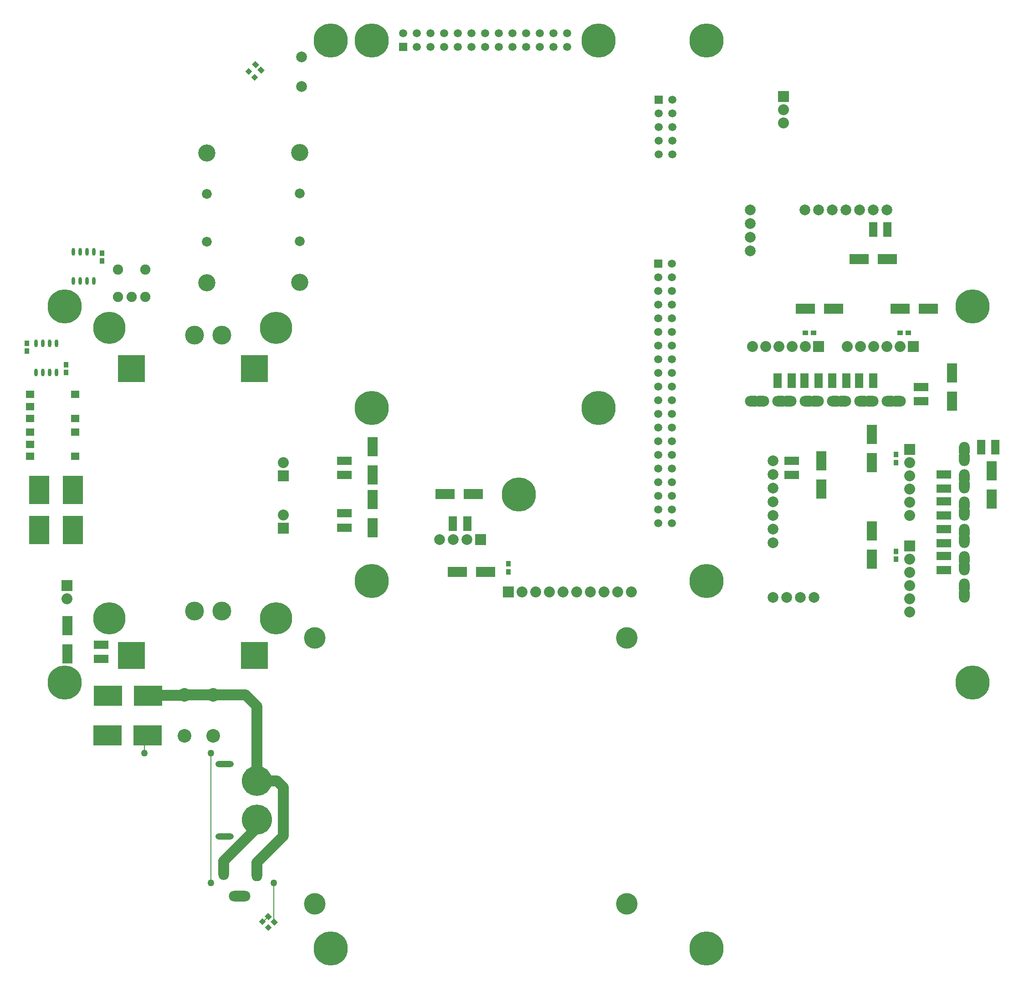
<source format=gtl>
G04*
G04 #@! TF.GenerationSoftware,Altium Limited,Altium Designer,22.6.1 (34)*
G04*
G04 Layer_Physical_Order=1*
G04 Layer_Color=255*
%FSLAX44Y44*%
%MOMM*%
G71*
G04*
G04 #@! TF.SameCoordinates,93EC8B6F-EB43-44BE-ACFD-6113DF9B5761*
G04*
G04*
G04 #@! TF.FilePolarity,Positive*
G04*
G01*
G75*
%ADD18C,0.1270*%
%ADD20R,1.8500X3.6000*%
%ADD21R,3.6000X1.8500*%
%ADD22R,2.8000X1.5500*%
%ADD23R,1.5500X2.8000*%
%ADD24R,0.9500X1.0000*%
%ADD25R,1.0000X0.9500*%
%ADD26P,1.3435X4X90.0*%
%ADD27R,5.3340X3.8100*%
%ADD28R,3.8100X5.3340*%
G04:AMPARAMS|DCode=29|XSize=0.95mm|YSize=1mm|CornerRadius=0mm|HoleSize=0mm|Usage=FLASHONLY|Rotation=45.000|XOffset=0mm|YOffset=0mm|HoleType=Round|Shape=Rectangle|*
%AMROTATEDRECTD29*
4,1,4,0.0177,-0.6894,-0.6894,0.0177,-0.0177,0.6894,0.6894,-0.0177,0.0177,-0.6894,0.0*
%
%ADD29ROTATEDRECTD29*%

%ADD30R,1.6000X1.4000*%
%ADD31O,0.6000X1.4500*%
%ADD70C,2.0000*%
%ADD71C,3.2000*%
%ADD72C,6.3500*%
%ADD73C,1.5000*%
%ADD74R,1.5000X1.5000*%
%ADD75R,1.5000X1.5000*%
%ADD76O,2.0000X4.5000*%
%ADD77O,4.0000X2.0000*%
%ADD78O,2.0000X4.0000*%
%ADD79O,3.4000X1.2000*%
%ADD80C,5.6000*%
%ADD81C,2.0320*%
%ADD82R,2.0320X2.0320*%
%ADD83C,2.0000*%
%ADD84O,3.0000X2.0000*%
%ADD85O,2.0000X3.0000*%
%ADD86R,2.0320X2.0320*%
%ADD87C,2.5400*%
%ADD88R,2.7400X2.7400*%
%ADD89R,2.7400X2.7400*%
%ADD90C,3.5000*%
%ADD91R,2.0000X2.0000*%
%ADD92C,4.0000*%
%ADD93C,1.9000*%
%ADD94C,0.6000*%
%ADD95C,1.2700*%
%ADD96C,1.8300*%
%ADD97C,6.0000*%
D18*
X228600Y475996D02*
X228854Y476250D01*
X228600Y443230D02*
Y475996D01*
X351790Y201930D02*
Y443230D01*
X469081Y129424D02*
Y201479D01*
X468630Y201930D02*
X469081Y201479D01*
Y129424D02*
X469258Y129247D01*
X469435Y129070D02*
X475254D01*
X475431Y129247D01*
X469258D02*
X469435Y129070D01*
X469258Y129247D02*
Y129247D01*
X447691Y129600D02*
X449105D01*
X459005Y139500D01*
D20*
X85000Y680000D02*
D03*
Y627500D02*
D03*
X652500Y1012500D02*
D03*
Y960000D02*
D03*
Y915000D02*
D03*
Y862500D02*
D03*
X1486321Y934421D02*
D03*
Y986921D02*
D03*
X1729150Y1150150D02*
D03*
Y1097650D02*
D03*
X1802721Y915271D02*
D03*
Y967771D02*
D03*
X1580471Y1035721D02*
D03*
Y983221D02*
D03*
Y856071D02*
D03*
Y803570D02*
D03*
D21*
X840000Y925000D02*
D03*
X787500D02*
D03*
X810000Y780000D02*
D03*
X862500D02*
D03*
X1556879Y1361629D02*
D03*
X1609379Y1361629D02*
D03*
X1685340Y1269100D02*
D03*
X1632840D02*
D03*
X1509500Y1269100D02*
D03*
X1457000D02*
D03*
D22*
X147500Y645000D02*
D03*
Y618500D02*
D03*
X600000Y986500D02*
D03*
Y960000D02*
D03*
X600000Y889000D02*
D03*
Y862500D02*
D03*
X1431321Y960421D02*
D03*
Y986921D02*
D03*
X1672000Y1124150D02*
D03*
Y1097650D02*
D03*
X1713821Y961421D02*
D03*
Y934921D02*
D03*
Y911721D02*
D03*
Y885221D02*
D03*
Y859821D02*
D03*
Y833321D02*
D03*
Y810121D02*
D03*
Y783621D02*
D03*
D23*
X828250Y870000D02*
D03*
X801750D02*
D03*
X1582879Y1416629D02*
D03*
X1609379Y1416629D02*
D03*
X1810171Y1012221D02*
D03*
X1783671D02*
D03*
X1583100Y1135750D02*
D03*
X1556600Y1135750D02*
D03*
X1533400Y1135750D02*
D03*
X1506900Y1135750D02*
D03*
X1481500D02*
D03*
X1455000Y1135750D02*
D03*
X1431800Y1135750D02*
D03*
X1405300Y1135750D02*
D03*
D24*
X905000Y780000D02*
D03*
Y795000D02*
D03*
X1624921Y983221D02*
D03*
Y998221D02*
D03*
Y803570D02*
D03*
Y818570D02*
D03*
X150000Y1373000D02*
D03*
Y1358500D02*
D03*
X10000Y1190500D02*
D03*
Y1205000D02*
D03*
X82500Y1150500D02*
D03*
Y1165000D02*
D03*
D25*
X1632840Y1224650D02*
D03*
X1647840Y1224650D02*
D03*
X1457000D02*
D03*
X1472000D02*
D03*
D26*
X447691Y129600D02*
D03*
X458651Y118640D02*
D03*
X422449Y1710909D02*
D03*
X433409Y1699949D02*
D03*
D27*
X235461Y550000D02*
D03*
X160785D02*
D03*
X159639Y476250D02*
D03*
X234315D02*
D03*
D28*
X32500Y932338D02*
D03*
Y857662D02*
D03*
X95000Y932338D02*
D03*
Y857662D02*
D03*
D29*
X459005Y139500D02*
D03*
X469258Y129247D02*
D03*
X435177Y1722930D02*
D03*
X445430Y1712677D02*
D03*
D30*
X99500Y1065000D02*
D03*
Y1110000D02*
D03*
X15500D02*
D03*
Y1065000D02*
D03*
Y1087500D02*
D03*
Y1017500D02*
D03*
Y995000D02*
D03*
Y1040000D02*
D03*
X99500D02*
D03*
Y995000D02*
D03*
D31*
X65200Y1205000D02*
D03*
X52500D02*
D03*
X39800D02*
D03*
X27100D02*
D03*
X65200Y1150500D02*
D03*
X52500D02*
D03*
X39800D02*
D03*
X27100D02*
D03*
X134050Y1375250D02*
D03*
X121350D02*
D03*
X108650D02*
D03*
X95950D02*
D03*
X134050Y1320750D02*
D03*
X121350D02*
D03*
X108650D02*
D03*
X95950D02*
D03*
D70*
X230600Y550600D02*
X301900D01*
X302500Y551200D01*
X230000Y550000D02*
X230600Y550600D01*
X302500Y551200D02*
X355840D01*
X416540D01*
X437522Y391364D02*
Y530218D01*
X416540Y551200D02*
X437522Y530218D01*
X437500Y227500D02*
Y240000D01*
X486410Y288910D01*
Y379649D01*
X437522Y391364D02*
X474694D01*
X486410Y379649D01*
X430633Y312476D02*
X437522Y319364D01*
X430633Y297283D02*
Y312476D01*
X375500Y227500D02*
Y242150D01*
X430633Y297283D01*
D71*
X344250Y1317695D02*
D03*
Y1558995D02*
D03*
X516750Y1318470D02*
D03*
Y1559770D02*
D03*
D72*
X651189Y1767823D02*
D03*
X1273489Y763423D02*
D03*
X651189D02*
D03*
X1273489Y1767823D02*
D03*
X1072829Y1084559D02*
D03*
Y1767818D02*
D03*
X651189Y1767823D02*
D03*
X651189Y1084559D02*
D03*
X574397Y1767823D02*
D03*
X1767823Y574397D02*
D03*
X80063D02*
D03*
Y1273489D02*
D03*
X1273489Y1767823D02*
D03*
X1767823Y1273489D02*
D03*
X1273489Y80063D02*
D03*
X574397D02*
D03*
X923942Y923944D02*
D03*
D73*
X1208889Y1302623D02*
D03*
Y1201022D02*
D03*
Y1175622D02*
D03*
Y1150222D02*
D03*
Y1124822D02*
D03*
Y1099423D02*
D03*
Y1074023D02*
D03*
Y1251823D02*
D03*
Y1226423D02*
D03*
Y1277223D02*
D03*
X1183489Y1328022D02*
D03*
Y1277223D02*
D03*
X1208889Y1328022D02*
D03*
X1183489Y1302623D02*
D03*
X1208889Y1353423D02*
D03*
X1183489Y1251823D02*
D03*
Y1226423D02*
D03*
Y1175622D02*
D03*
Y1150222D02*
D03*
Y1124822D02*
D03*
Y1099423D02*
D03*
Y1074023D02*
D03*
Y1048623D02*
D03*
X1208889D02*
D03*
Y1023223D02*
D03*
Y997822D02*
D03*
X1183489Y1023223D02*
D03*
Y997822D02*
D03*
Y1201022D02*
D03*
X1208889Y972422D02*
D03*
X1183489Y896223D02*
D03*
Y870823D02*
D03*
X1208889Y947022D02*
D03*
Y921622D02*
D03*
Y896223D02*
D03*
Y870823D02*
D03*
X1183489Y972422D02*
D03*
Y947022D02*
D03*
Y921622D02*
D03*
X1183789Y1581923D02*
D03*
Y1632723D02*
D03*
X1209189Y1607323D02*
D03*
Y1632723D02*
D03*
Y1581923D02*
D03*
X1183789Y1607323D02*
D03*
X1209189Y1658123D02*
D03*
X1183789Y1556523D02*
D03*
X1209189D02*
D03*
X735009Y1781791D02*
D03*
X735009Y1756391D02*
D03*
X709609Y1781791D02*
D03*
X989009D02*
D03*
X1014409D02*
D03*
X989009Y1756391D02*
D03*
X1014409D02*
D03*
X862009D02*
D03*
X760409D02*
D03*
X785809D02*
D03*
X811209D02*
D03*
X836609Y1756391D02*
D03*
X862009Y1781791D02*
D03*
X836609D02*
D03*
X785809D02*
D03*
X811209D02*
D03*
X760409D02*
D03*
X963609D02*
D03*
X887409D02*
D03*
X912809D02*
D03*
X938209D02*
D03*
X887409Y1756391D02*
D03*
X912809D02*
D03*
X963609D02*
D03*
X938209D02*
D03*
D74*
X1183489Y1353423D02*
D03*
X1183789Y1658123D02*
D03*
D75*
X709609Y1756391D02*
D03*
D76*
X437500Y227500D02*
D03*
D77*
X405500Y177500D02*
D03*
D78*
X375500Y227500D02*
D03*
D79*
X377522Y287864D02*
D03*
Y422864D02*
D03*
D80*
X437522Y391364D02*
D03*
Y319364D02*
D03*
D81*
X84500Y730250D02*
D03*
X486378Y886116D02*
D03*
Y983616D02*
D03*
X1415872Y1615168D02*
D03*
Y1639668D02*
D03*
X930400Y742500D02*
D03*
X955800D02*
D03*
X981200D02*
D03*
X1006600D02*
D03*
X1032000D02*
D03*
X1057400D02*
D03*
X1082800D02*
D03*
X1108200D02*
D03*
X1133600D02*
D03*
X1534840Y1199250D02*
D03*
X1559340Y1199250D02*
D03*
X1583840D02*
D03*
X1632840Y1199250D02*
D03*
X1608340Y1199250D02*
D03*
X1359000Y1199250D02*
D03*
X1383500D02*
D03*
X1408000D02*
D03*
X1457000Y1199250D02*
D03*
X1432500Y1199250D02*
D03*
X1650321Y885221D02*
D03*
Y909721D02*
D03*
Y934221D02*
D03*
Y983221D02*
D03*
Y958721D02*
D03*
Y705571D02*
D03*
Y730071D02*
D03*
Y754571D02*
D03*
Y803570D02*
D03*
Y779071D02*
D03*
D82*
X84500Y754750D02*
D03*
X486378Y861616D02*
D03*
Y959116D02*
D03*
X1415872Y1664168D02*
D03*
X905000Y742500D02*
D03*
X1650321Y1007721D02*
D03*
Y828071D02*
D03*
D83*
X1456100Y1453250D02*
D03*
X1481500D02*
D03*
X1506900D02*
D03*
X1532300D02*
D03*
X1557700Y1453250D02*
D03*
X1583100Y1453250D02*
D03*
X1608500D02*
D03*
X1354500Y1377050D02*
D03*
X1354500Y1402450D02*
D03*
Y1427850D02*
D03*
Y1453250D02*
D03*
X1396321Y834421D02*
D03*
X1396321Y859821D02*
D03*
X1396321Y885221D02*
D03*
Y910621D02*
D03*
Y936021D02*
D03*
Y961421D02*
D03*
Y986821D02*
D03*
X1472521Y732821D02*
D03*
X1447121D02*
D03*
X1421721D02*
D03*
X1396321Y732821D02*
D03*
X520000Y1682500D02*
D03*
Y1737500D02*
D03*
X776700Y840000D02*
D03*
X802100D02*
D03*
X827500D02*
D03*
D84*
X1359600Y1097650D02*
D03*
X1374800Y1097650D02*
D03*
X1410400D02*
D03*
X1425600D02*
D03*
X1461200Y1097650D02*
D03*
X1476400Y1097650D02*
D03*
X1512000D02*
D03*
X1527200D02*
D03*
X1562800D02*
D03*
X1578000Y1097650D02*
D03*
X1613600Y1097650D02*
D03*
X1628800D02*
D03*
D85*
X1751921Y737921D02*
D03*
Y753121D02*
D03*
Y788721D02*
D03*
Y803921D02*
D03*
X1751921Y839521D02*
D03*
X1751921Y854721D02*
D03*
Y890321D02*
D03*
Y905521D02*
D03*
X1751921Y941121D02*
D03*
X1751921Y956321D02*
D03*
Y991921D02*
D03*
Y1007121D02*
D03*
D86*
X1657340Y1199250D02*
D03*
X1481500D02*
D03*
D87*
X302500Y475000D02*
D03*
X355840D02*
D03*
X302500Y551200D02*
D03*
X355840D02*
D03*
D88*
X444400Y1146500D02*
D03*
X421000Y1169900D02*
D03*
X215800Y1146500D02*
D03*
X192400Y1169900D02*
D03*
X421000Y636500D02*
D03*
X444400Y613100D02*
D03*
X192400Y636500D02*
D03*
X215800Y613100D02*
D03*
D89*
X444400Y1169900D02*
D03*
X421000Y1146500D02*
D03*
X215800Y1169900D02*
D03*
X192400Y1146500D02*
D03*
X421000Y613100D02*
D03*
X444400Y636500D02*
D03*
X215800D02*
D03*
X192400Y613100D02*
D03*
D90*
X372500Y1220500D02*
D03*
X321700D02*
D03*
X372500Y707500D02*
D03*
X321700D02*
D03*
D91*
X852900Y840000D02*
D03*
D92*
X545000Y162500D02*
D03*
X1125000D02*
D03*
X545000Y657500D02*
D03*
X1125000D02*
D03*
D93*
X204600Y1291700D02*
D03*
X230000D02*
D03*
X179200D02*
D03*
Y1342500D02*
D03*
X230000D02*
D03*
D94*
X180000Y467500D02*
D03*
X170000D02*
D03*
X160000D02*
D03*
X150000D02*
D03*
X140000D02*
D03*
X180000Y477500D02*
D03*
X170000D02*
D03*
X160000D02*
D03*
X150000D02*
D03*
X140000D02*
D03*
Y487500D02*
D03*
X150000D02*
D03*
X160000D02*
D03*
X170000D02*
D03*
X180000D02*
D03*
D95*
X228600Y443230D02*
D03*
X351790D02*
D03*
X468630Y201930D02*
D03*
X351790D02*
D03*
D96*
X344400Y1482795D02*
D03*
Y1393895D02*
D03*
X516900Y1483570D02*
D03*
Y1394670D02*
D03*
D97*
X162740Y693700D02*
D03*
X472740D02*
D03*
Y1233700D02*
D03*
X162740D02*
D03*
M02*

</source>
